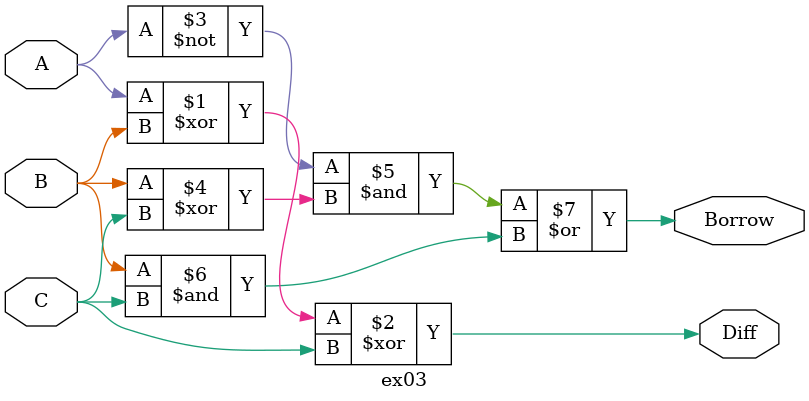
<source format=v>
module ex03(A,B,C,Diff,Borrow);
input A,B,C;
output Diff,Borrow;
assign Diff = A^B^C;
assign Borrow = ~A & (B^C) | B & C;
endmodule
</source>
